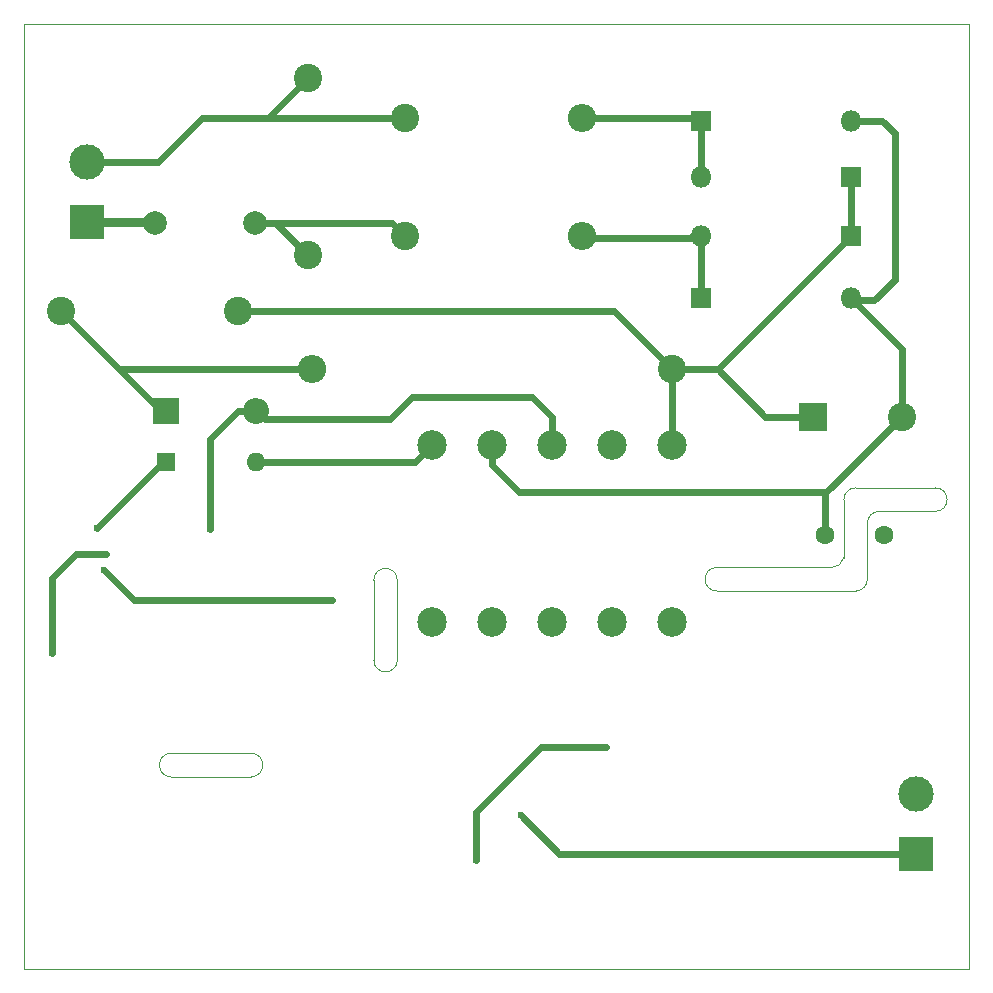
<source format=gbr>
%TF.GenerationSoftware,KiCad,Pcbnew,8.0.8*%
%TF.CreationDate,2025-03-04T11:57:41-03:00*%
%TF.ProjectId,switched_power_supply,73776974-6368-4656-945f-706f7765725f,rev?*%
%TF.SameCoordinates,Original*%
%TF.FileFunction,Profile,NP*%
%FSLAX46Y46*%
G04 Gerber Fmt 4.6, Leading zero omitted, Abs format (unit mm)*
G04 Created by KiCad (PCBNEW 8.0.8) date 2025-03-04 11:57:41*
%MOMM*%
%LPD*%
G01*
G04 APERTURE LIST*
%TA.AperFunction,Profile*%
%ADD10C,0.050000*%
%TD*%
%TA.AperFunction,ComponentPad*%
%ADD11R,1.800000X1.800000*%
%TD*%
%TA.AperFunction,ComponentPad*%
%ADD12O,1.800000X1.800000*%
%TD*%
%TA.AperFunction,ComponentPad*%
%ADD13C,2.500000*%
%TD*%
%TA.AperFunction,ComponentPad*%
%ADD14R,3.000000X3.000000*%
%TD*%
%TA.AperFunction,ComponentPad*%
%ADD15C,3.000000*%
%TD*%
%TA.AperFunction,ComponentPad*%
%ADD16C,2.400000*%
%TD*%
%TA.AperFunction,ComponentPad*%
%ADD17O,2.400000X2.400000*%
%TD*%
%TA.AperFunction,ComponentPad*%
%ADD18R,1.600000X1.600000*%
%TD*%
%TA.AperFunction,ComponentPad*%
%ADD19O,1.600000X1.600000*%
%TD*%
%TA.AperFunction,ComponentPad*%
%ADD20R,2.400000X2.400000*%
%TD*%
%TA.AperFunction,ComponentPad*%
%ADD21R,2.200000X2.200000*%
%TD*%
%TA.AperFunction,ComponentPad*%
%ADD22O,2.200000X2.200000*%
%TD*%
%TA.AperFunction,ComponentPad*%
%ADD23C,2.000000*%
%TD*%
%TA.AperFunction,ComponentPad*%
%ADD24C,1.600000*%
%TD*%
%TA.AperFunction,ViaPad*%
%ADD25C,0.600000*%
%TD*%
%TA.AperFunction,Conductor*%
%ADD26C,0.600000*%
%TD*%
%TA.AperFunction,Conductor*%
%ADD27C,0.800000*%
%TD*%
G04 APERTURE END LIST*
D10*
X176084379Y-94447188D02*
X176100000Y-89530000D01*
X136300000Y-96360000D02*
G75*
G02*
X138300000Y-96360000I1000000J0D01*
G01*
X165360000Y-97270000D02*
G75*
G02*
X165360000Y-95270000I0J1000000D01*
G01*
X177100000Y-97270000D02*
X170360000Y-97270000D01*
X125900000Y-111000000D02*
G75*
G02*
X125900000Y-113000000I0J-1000000D01*
G01*
X119160000Y-113000000D02*
G75*
G02*
X119160000Y-111000000I0J1000000D01*
G01*
X119160000Y-111000000D02*
X125900000Y-111000000D01*
X170360000Y-95270000D02*
X175120000Y-95269999D01*
X183840000Y-88530000D02*
G75*
G02*
X183840000Y-90530000I0J-1000000D01*
G01*
X138300000Y-96360000D02*
X138300000Y-103100000D01*
X136300000Y-103100000D02*
X136300000Y-96360000D01*
X178100000Y-96270000D02*
G75*
G02*
X177100000Y-97270000I-1000000J0D01*
G01*
X125900000Y-113000000D02*
X119160000Y-113000000D01*
X178097107Y-91527107D02*
G75*
G02*
X179097107Y-90527107I999993J7D01*
G01*
X176100000Y-89530000D02*
G75*
G02*
X177100000Y-88530000I1000000J0D01*
G01*
X176084379Y-94447188D02*
G75*
G02*
X175120000Y-95269999I-984379J177188D01*
G01*
X138300000Y-103100000D02*
G75*
G02*
X136300000Y-103100000I-1000000J0D01*
G01*
X170360000Y-95270000D02*
X165360000Y-95270000D01*
X178097107Y-91527107D02*
X178100000Y-96270000D01*
X183840000Y-90530000D02*
X179097107Y-90527107D01*
X177100000Y-88530000D02*
X183840000Y-88530000D01*
X106685000Y-49276000D02*
X186685000Y-49276000D01*
X186685000Y-129276000D01*
X106685000Y-129276000D01*
X106685000Y-49276000D01*
X165360000Y-97270000D02*
X170360000Y-97270000D01*
D11*
%TO.P,D1d3,1,K*%
%TO.N,/BarP*%
X176700000Y-67225000D03*
D12*
%TO.P,D1d3,2,A*%
%TO.N,Net-(D1d1-K)*%
X164000000Y-67225000D03*
%TD*%
D11*
%TO.P,D1d2,1,K*%
%TO.N,/BarP*%
X176700000Y-62225000D03*
D12*
%TO.P,D1d2,2,A*%
%TO.N,Net-(D1d2-A)*%
X164000000Y-62225000D03*
%TD*%
D13*
%TO.P,T1,1*%
%TO.N,N/C*%
X161544000Y-99888500D03*
%TO.P,T1,2,2*%
%TO.N,Net-(D4-A)*%
X156464000Y-99888500D03*
%TO.P,T1,3*%
%TO.N,N/C*%
X151384000Y-99888500D03*
%TO.P,T1,4*%
X146304000Y-99888500D03*
%TO.P,T1,5,5*%
%TO.N,Terra*%
X141224000Y-99888500D03*
%TO.P,T1,6,6*%
%TO.N,Net-(D2-A)*%
X141224000Y-84888500D03*
%TO.P,T1,7,7*%
%TO.N,GND*%
X146304000Y-84888500D03*
%TO.P,T1,8,8*%
%TO.N,/Drain*%
X151384000Y-84888500D03*
%TO.P,T1,9*%
%TO.N,N/C*%
X156464000Y-84888500D03*
%TO.P,T1,10,10*%
%TO.N,/BarP*%
X161544000Y-84888500D03*
%TD*%
D11*
%TO.P,D1d1,1,K*%
%TO.N,Net-(D1d1-K)*%
X164000000Y-72500000D03*
D12*
%TO.P,D1d1,2,A*%
%TO.N,GND*%
X176700000Y-72500000D03*
%TD*%
D14*
%TO.P,V1,1,1*%
%TO.N,Net-(F1-Pad1)*%
X112050000Y-66040000D03*
D15*
%TO.P,V1,2,2*%
%TO.N,Net-(C3-Pad2)*%
X112050000Y-60960000D03*
%TD*%
D16*
%TO.P,R4,1,1*%
%TO.N,/BarP*%
X161595000Y-78500000D03*
D17*
%TO.P,R4,2,2*%
%TO.N,Net-(D3-K)*%
X131115000Y-78500000D03*
%TD*%
D11*
%TO.P,D1d4,1,K*%
%TO.N,Net-(D1d2-A)*%
X164000000Y-57500000D03*
D12*
%TO.P,D1d4,2,A*%
%TO.N,GND*%
X176700000Y-57500000D03*
%TD*%
D16*
%TO.P,C3,1,1*%
%TO.N,Net-(C3-Pad1)*%
X130700000Y-68850000D03*
%TO.P,C3,2,2*%
%TO.N,Net-(C3-Pad2)*%
X130700000Y-53850000D03*
%TD*%
D14*
%TO.P,V2,1,1*%
%TO.N,/Vout*%
X182245000Y-119507000D03*
D15*
%TO.P,V2,2,2*%
%TO.N,Terra*%
X182245000Y-114427000D03*
%TD*%
D16*
%TO.P,C3b1,1,1*%
%TO.N,/BarP*%
X124800000Y-73550000D03*
%TO.P,C3b1,2,2*%
%TO.N,Net-(D3-K)*%
X109800000Y-73550000D03*
%TD*%
D18*
%TO.P,D2,1,K*%
%TO.N,Net-(D2-K)*%
X118745000Y-86360000D03*
D19*
%TO.P,D2,2,A*%
%TO.N,Net-(D2-A)*%
X126365000Y-86360000D03*
%TD*%
D20*
%TO.P,C7,1,1*%
%TO.N,/BarP*%
X173487246Y-82500000D03*
D16*
%TO.P,C7,2,2*%
%TO.N,GND*%
X180987246Y-82500000D03*
%TD*%
D21*
%TO.P,D3,1,K*%
%TO.N,Net-(D3-K)*%
X118745000Y-82000000D03*
D22*
%TO.P,D3,2,A*%
%TO.N,/Drain*%
X126365000Y-82000000D03*
%TD*%
D23*
%TO.P,F1,1,1*%
%TO.N,Net-(F1-Pad1)*%
X117750000Y-66110000D03*
%TO.P,F1,2,2*%
%TO.N,Net-(C3-Pad1)*%
X126250000Y-66110000D03*
%TD*%
D24*
%TO.P,C5,1,1*%
%TO.N,GND*%
X174500000Y-92500000D03*
%TO.P,C5,2,2*%
%TO.N,Terra*%
X179500000Y-92500000D03*
%TD*%
D16*
%TO.P,L1,1,1*%
%TO.N,Net-(C3-Pad2)*%
X138975000Y-57225000D03*
D17*
%TO.P,L1,2,2*%
%TO.N,Net-(D1d2-A)*%
X153975000Y-57225000D03*
D16*
%TO.P,L1,3,3*%
%TO.N,Net-(C3-Pad1)*%
X138975000Y-67225000D03*
D17*
%TO.P,L1,4,4*%
%TO.N,Net-(D1d1-K)*%
X153975000Y-67225000D03*
%TD*%
D25*
%TO.N,/Drain*%
X122400000Y-92000000D03*
%TO.N,/Cmp*%
X109054800Y-102514400D03*
X113626800Y-94132400D03*
%TO.N,/Vdd*%
X132803800Y-98069400D03*
X113499800Y-95529400D03*
%TO.N,Net-(D2-K)*%
X112900000Y-91950000D03*
%TO.N,Net-(D4-K)*%
X145000000Y-120000000D03*
X156000000Y-110500000D03*
%TO.N,/Vout*%
X148750000Y-116250000D03*
%TD*%
D26*
%TO.N,Net-(D1d1-K)*%
X163050000Y-67400000D02*
X153975000Y-67400000D01*
X164000000Y-67225000D02*
X163225000Y-67225000D01*
X163225000Y-67225000D02*
X163050000Y-67400000D01*
X164000000Y-72500000D02*
X164000000Y-67225000D01*
%TO.N,GND*%
X180987246Y-82500000D02*
X174604746Y-88882500D01*
X176700000Y-72500000D02*
X180987246Y-76787246D01*
X173480000Y-88882500D02*
X148612500Y-88882500D01*
X174500000Y-88882500D02*
X174500000Y-92500000D01*
X176850000Y-72650000D02*
X178675000Y-72650000D01*
X146304000Y-86574000D02*
X146304000Y-84888500D01*
X179375000Y-57500000D02*
X176700000Y-57500000D01*
X180400000Y-70925000D02*
X180400000Y-58525000D01*
X148612500Y-88882500D02*
X146304000Y-86574000D01*
X176700000Y-72500000D02*
X176850000Y-72650000D01*
X173480000Y-88882500D02*
X174500000Y-88882500D01*
X180987246Y-76787246D02*
X180987246Y-81375254D01*
X174604746Y-88882500D02*
X173480000Y-88882500D01*
X180400000Y-58525000D02*
X179375000Y-57500000D01*
X178675000Y-72650000D02*
X180400000Y-70925000D01*
%TO.N,/BarP*%
X161595000Y-78500000D02*
X165425000Y-78500000D01*
X165425000Y-78500000D02*
X176700000Y-67225000D01*
X169425000Y-82500000D02*
X165425000Y-78500000D01*
X176700000Y-62225000D02*
X176700000Y-67225000D01*
X173487246Y-82500000D02*
X169425000Y-82500000D01*
X156645000Y-73550000D02*
X161595000Y-78500000D01*
X124800000Y-73550000D02*
X156645000Y-73550000D01*
X161595000Y-83896000D02*
X161595000Y-78500000D01*
X161507500Y-78500000D02*
X161507500Y-77855000D01*
X161507500Y-78500000D02*
X161507500Y-78000000D01*
X161544000Y-83947000D02*
X161595000Y-83896000D01*
%TO.N,Net-(D1d2-A)*%
X164500000Y-57000000D02*
X164000000Y-57500000D01*
X163725000Y-57225000D02*
X154150000Y-57225000D01*
X164000000Y-57500000D02*
X163725000Y-57225000D01*
X154150000Y-57225000D02*
X153975000Y-57400000D01*
X164000000Y-57500000D02*
X164000000Y-62225000D01*
%TO.N,Net-(D3-K)*%
X114750000Y-78500000D02*
X131115000Y-78500000D01*
X109800000Y-73550000D02*
X114750000Y-78500000D01*
X131150000Y-78535000D02*
X131115000Y-78500000D01*
X117530000Y-81280000D02*
X118745000Y-81280000D01*
X117125000Y-80875000D02*
X117530000Y-81280000D01*
X114750000Y-78500000D02*
X117125000Y-80875000D01*
X118250000Y-82000000D02*
X118745000Y-82000000D01*
X117125000Y-80875000D02*
X118250000Y-82000000D01*
%TO.N,/Drain*%
X137692468Y-82692467D02*
X139546435Y-80838500D01*
X149698500Y-80838500D02*
X151384000Y-82524000D01*
X126365000Y-82000000D02*
X127057467Y-82692467D01*
X127057467Y-82692467D02*
X137692468Y-82692467D01*
X124809366Y-82000000D02*
X122400000Y-84409366D01*
X126365000Y-82000000D02*
X124809366Y-82000000D01*
X139546435Y-80838500D02*
X149698500Y-80838500D01*
X126365000Y-81280000D02*
X126835000Y-81750000D01*
X151384000Y-82524000D02*
X151384000Y-84888500D01*
X122400000Y-84409366D02*
X122400000Y-92000000D01*
%TO.N,/Cmp*%
X109054800Y-102514400D02*
X109054800Y-96164400D01*
X111086800Y-94132400D02*
X113626800Y-94132400D01*
X109054800Y-96164400D02*
X111086800Y-94132400D01*
%TO.N,/Vdd*%
X132803800Y-98069400D02*
X116039800Y-98069400D01*
X116039800Y-98069400D02*
X113499800Y-95529400D01*
D27*
%TO.N,Terra*%
X141224000Y-100024000D02*
X141224000Y-99888500D01*
D26*
%TO.N,Net-(D2-K)*%
X118490000Y-86360000D02*
X118745000Y-86360000D01*
X112900000Y-91950000D02*
X118490000Y-86360000D01*
%TO.N,Net-(C3-Pad1)*%
X137860000Y-66110000D02*
X138975000Y-67225000D01*
X127960000Y-66110000D02*
X130700000Y-68850000D01*
X126250000Y-66110000D02*
X137860000Y-66110000D01*
X126250000Y-66110000D02*
X127960000Y-66110000D01*
X138975000Y-67225000D02*
X138975000Y-66885000D01*
%TO.N,Net-(C3-Pad2)*%
X121785000Y-57225000D02*
X118050000Y-60960000D01*
X138800000Y-57225000D02*
X121785000Y-57225000D01*
X118050000Y-60960000D02*
X112050000Y-60960000D01*
X127325000Y-57225000D02*
X121785000Y-57225000D01*
X138975000Y-57400000D02*
X138800000Y-57225000D01*
X130700000Y-53850000D02*
X127325000Y-57225000D01*
%TO.N,Net-(D4-K)*%
X145000000Y-120000000D02*
X145000000Y-116000422D01*
X145000000Y-116000422D02*
X150500422Y-110500000D01*
X150500422Y-110500000D02*
X156000000Y-110500000D01*
%TO.N,/Vout*%
X148750000Y-116250000D02*
X152007000Y-119507000D01*
X152007000Y-119507000D02*
X182245000Y-119507000D01*
%TO.N,Net-(D2-A)*%
X139752500Y-86360000D02*
X126365000Y-86360000D01*
X141224000Y-84888500D02*
X139752500Y-86360000D01*
D27*
%TO.N,Net-(F1-Pad1)*%
X112050000Y-66040000D02*
X117680000Y-66040000D01*
X117680000Y-66040000D02*
X117750000Y-66110000D01*
%TD*%
M02*

</source>
